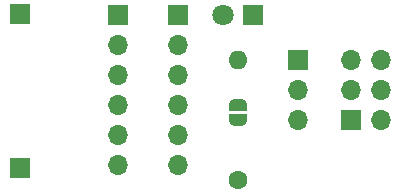
<source format=gbr>
%TF.GenerationSoftware,KiCad,Pcbnew,8.0.3*%
%TF.CreationDate,2024-07-07T19:01:36+09:00*%
%TF.ProjectId,next_usb_device,6e657874-5f75-4736-925f-646576696365,rev?*%
%TF.SameCoordinates,Original*%
%TF.FileFunction,Soldermask,Bot*%
%TF.FilePolarity,Negative*%
%FSLAX46Y46*%
G04 Gerber Fmt 4.6, Leading zero omitted, Abs format (unit mm)*
G04 Created by KiCad (PCBNEW 8.0.3) date 2024-07-07 19:01:36*
%MOMM*%
%LPD*%
G01*
G04 APERTURE LIST*
G04 Aperture macros list*
%AMFreePoly0*
4,1,19,0.500000,-0.750000,0.000000,-0.750000,0.000000,-0.744911,-0.071157,-0.744911,-0.207708,-0.704816,-0.327430,-0.627875,-0.420627,-0.520320,-0.479746,-0.390866,-0.500000,-0.250000,-0.500000,0.250000,-0.479746,0.390866,-0.420627,0.520320,-0.327430,0.627875,-0.207708,0.704816,-0.071157,0.744911,0.000000,0.744911,0.000000,0.750000,0.500000,0.750000,0.500000,-0.750000,0.500000,-0.750000,
$1*%
%AMFreePoly1*
4,1,19,0.000000,0.744911,0.071157,0.744911,0.207708,0.704816,0.327430,0.627875,0.420627,0.520320,0.479746,0.390866,0.500000,0.250000,0.500000,-0.250000,0.479746,-0.390866,0.420627,-0.520320,0.327430,-0.627875,0.207708,-0.704816,0.071157,-0.744911,0.000000,-0.744911,0.000000,-0.750000,-0.500000,-0.750000,-0.500000,0.750000,0.000000,0.750000,0.000000,0.744911,0.000000,0.744911,
$1*%
G04 Aperture macros list end*
%ADD10R,1.700000X1.700000*%
%ADD11O,1.700000X1.700000*%
%ADD12C,1.600000*%
%ADD13O,1.600000X1.600000*%
%ADD14R,1.800000X1.800000*%
%ADD15C,1.800000*%
%ADD16FreePoly0,270.000000*%
%ADD17FreePoly1,270.000000*%
G04 APERTURE END LIST*
D10*
%TO.C,J1*%
X114300000Y-66040000D03*
D11*
X114300000Y-68580000D03*
X114300000Y-71120000D03*
X114300000Y-73660000D03*
X114300000Y-76200000D03*
X114300000Y-78740000D03*
%TD*%
D12*
%TO.C,R1*%
X124460000Y-80010000D03*
D13*
X124460000Y-69850000D03*
%TD*%
D10*
%TO.C,REF\u002A\u002A*%
X106000000Y-79000000D03*
%TD*%
%TO.C,J3*%
X134075000Y-74915000D03*
D11*
X136615000Y-74915000D03*
X134075000Y-72375000D03*
X136615000Y-72375000D03*
X134075000Y-69835000D03*
X136615000Y-69835000D03*
%TD*%
D14*
%TO.C,D1*%
X125730000Y-66040000D03*
D15*
X123190000Y-66040000D03*
%TD*%
D10*
%TO.C,J4*%
X119380000Y-66040000D03*
D11*
X119380000Y-68580000D03*
X119380000Y-71120000D03*
X119380000Y-73660000D03*
X119380000Y-76200000D03*
X119380000Y-78740000D03*
%TD*%
D10*
%TO.C,REF\u002A\u002A*%
X106000000Y-66000000D03*
%TD*%
%TO.C,J2*%
X129540000Y-69850000D03*
D11*
X129540000Y-72390000D03*
X129540000Y-74930000D03*
%TD*%
D16*
%TO.C,JP1*%
X124460000Y-73660000D03*
D17*
X124460000Y-74960000D03*
%TD*%
M02*

</source>
